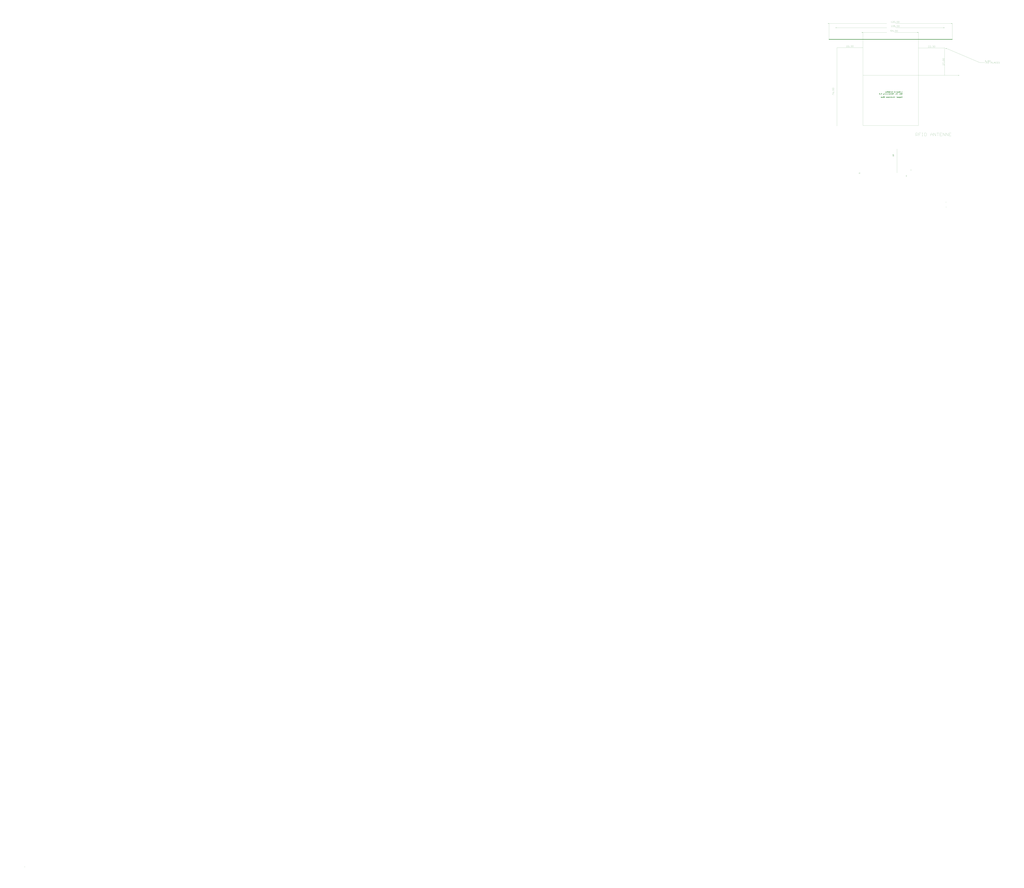
<source format=gm1>
G04 Layer_Color=16711935*
%FSLAX25Y25*%
%MOIN*%
G70*
G01*
G75*
%ADD65C,0.01968*%
%ADD74C,0.01000*%
%ADD90C,0.00050*%
%ADD115C,0.00394*%
%ADD185C,0.00197*%
%ADD186C,0.00315*%
%ADD187C,0.00700*%
D65*
X88980Y1050394D02*
X561420D01*
D74*
X369196Y846654D02*
X367863D01*
X368530D01*
Y850652D01*
X369196Y849986D01*
X365864Y846654D02*
Y847320D01*
X365197D01*
Y846654D01*
X365864D01*
X362532Y849986D02*
X361865Y850652D01*
X360532D01*
X359866Y849986D01*
Y847320D01*
X360532Y846654D01*
X361865D01*
X362532Y847320D01*
Y849986D01*
X355867Y846654D02*
X358533D01*
X355867Y849319D01*
Y849986D01*
X356534Y850652D01*
X357866D01*
X358533Y849986D01*
X354534Y849319D02*
Y847320D01*
X353868Y846654D01*
X351868D01*
Y849319D01*
X350535Y850652D02*
Y846654D01*
Y848653D01*
X347870D01*
Y850652D01*
Y846654D01*
X340539Y847987D02*
Y848653D01*
X341205D01*
Y847987D01*
X340539D01*
X339872Y848653D01*
Y849986D01*
X340539Y850652D01*
X341872D01*
X342538Y849986D01*
Y847320D01*
X341872Y846654D01*
X339872D01*
X334541D02*
X333208D01*
X333874D01*
Y850652D01*
X334541Y849986D01*
X331208D02*
X330542Y850652D01*
X329209D01*
X328542Y849986D01*
Y849319D01*
X329209Y848653D01*
X329875D01*
X329209D01*
X328542Y847987D01*
Y847320D01*
X329209Y846654D01*
X330542D01*
X331208Y847320D01*
X327210Y846654D02*
Y847320D01*
X326543D01*
Y846654D01*
X327210D01*
X321212Y850652D02*
X323877D01*
Y848653D01*
X322545Y849319D01*
X321878D01*
X321212Y848653D01*
Y847320D01*
X321878Y846654D01*
X323211D01*
X323877Y847320D01*
X317213Y850652D02*
X318546Y849986D01*
X319879Y848653D01*
Y847320D01*
X319212Y846654D01*
X317879D01*
X317213Y847320D01*
Y847987D01*
X317879Y848653D01*
X319879D01*
X315880Y846654D02*
Y850652D01*
X314547Y849319D01*
X313214Y850652D01*
Y846654D01*
X311881Y850652D02*
Y846654D01*
Y848653D01*
X311215Y849319D01*
X309882D01*
X309215Y848653D01*
Y846654D01*
X307882Y849319D02*
X305217D01*
X307882Y846654D01*
X305217D01*
X369590Y839764D02*
Y843762D01*
X367590D01*
X366924Y843096D01*
Y841763D01*
X367590Y841097D01*
X369590D01*
X368257D02*
X366924Y839764D01*
X363592D02*
X364925D01*
X365591Y840430D01*
Y841763D01*
X364925Y842430D01*
X363592D01*
X362925Y841763D01*
Y841097D01*
X365591D01*
X361592Y839764D02*
X360260D01*
X360926D01*
Y843762D01*
X361592D01*
X358260Y839764D02*
Y840430D01*
X357594D01*
Y839764D01*
X358260D01*
X348263Y843762D02*
X350929D01*
Y839764D01*
X348263D01*
X350929Y841763D02*
X349596D01*
X346930Y839764D02*
X345598D01*
X346264D01*
Y843762D01*
X346930D01*
X343598Y839764D02*
Y840430D01*
X342932D01*
Y839764D01*
X343598D01*
X336267D02*
Y843762D01*
X334268D01*
X333601Y843096D01*
Y841763D01*
X334268Y841097D01*
X336267D01*
X330269Y839764D02*
X331602D01*
X332269Y840430D01*
Y841763D01*
X331602Y842430D01*
X330269D01*
X329603Y841763D01*
Y841097D01*
X332269D01*
X328270Y842430D02*
Y839764D01*
Y841097D01*
X327603Y841763D01*
X326937Y842430D01*
X326270D01*
X324271Y839764D02*
Y842430D01*
X323605D01*
X322938Y841763D01*
Y839764D01*
Y841763D01*
X322272Y842430D01*
X321605Y841763D01*
Y839764D01*
X320272D02*
X318939D01*
X319606D01*
Y842430D01*
X320272D01*
X316274Y843096D02*
Y842430D01*
X316940D01*
X315607D01*
X316274D01*
Y840430D01*
X315607Y839764D01*
X313608D02*
X312275D01*
X312941D01*
Y842430D01*
X313608D01*
X310276D02*
X308943Y839764D01*
X307610Y842430D01*
X306277Y839764D02*
X304944D01*
X305610D01*
Y842430D01*
X306277D01*
X302278Y843096D02*
Y842430D01*
X302945D01*
X301612D01*
X302278D01*
Y840430D01*
X301612Y839764D01*
X299612Y842430D02*
Y840430D01*
X298946Y839764D01*
X296947D01*
Y839097D01*
X297613Y838431D01*
X298279D01*
X296947Y839764D02*
Y842430D01*
X289616Y839764D02*
Y843762D01*
X291615Y841763D01*
X288949D01*
X287616Y839764D02*
Y840430D01*
X286950D01*
Y839764D01*
X287616D01*
X281618Y843762D02*
X282951Y843096D01*
X284284Y841763D01*
Y840430D01*
X283617Y839764D01*
X282285D01*
X281618Y840430D01*
Y841097D01*
X282285Y841763D01*
X284284D01*
X366826Y830498D02*
X367492Y831164D01*
X368825D01*
X369491Y830498D01*
Y827832D01*
X368825Y827165D01*
X367492D01*
X366826Y827832D01*
X364826Y827165D02*
X363493D01*
X362827Y827832D01*
Y829165D01*
X363493Y829831D01*
X364826D01*
X365493Y829165D01*
Y827832D01*
X364826Y827165D01*
X361494Y825832D02*
Y829831D01*
X359495D01*
X358828Y829165D01*
Y827832D01*
X359495Y827165D01*
X361494D01*
X357495Y825832D02*
Y829831D01*
X355496D01*
X354829Y829165D01*
Y827832D01*
X355496Y827165D01*
X357495D01*
X351497D02*
X352830D01*
X353497Y827832D01*
Y829165D01*
X352830Y829831D01*
X351497D01*
X350831Y829165D01*
Y828498D01*
X353497D01*
X349498Y829831D02*
Y827165D01*
Y828498D01*
X348831Y829165D01*
X348165Y829831D01*
X347498D01*
X340834Y830498D02*
Y829831D01*
X341500D01*
X340167D01*
X340834D01*
Y827832D01*
X340167Y827165D01*
X338168Y831164D02*
Y827165D01*
Y829165D01*
X337502Y829831D01*
X336169D01*
X335502Y829165D01*
Y827165D01*
X334169D02*
X332837D01*
X333503D01*
Y829831D01*
X334169D01*
X328171D02*
X330171D01*
X330837Y829165D01*
Y827832D01*
X330171Y827165D01*
X328171D01*
X326838D02*
Y831164D01*
Y828498D02*
X324839Y829831D01*
X326838Y828498D02*
X324839Y827165D01*
X322840D02*
Y829831D01*
X320840D01*
X320174Y829165D01*
Y827165D01*
X316842D02*
X318175D01*
X318841Y827832D01*
Y829165D01*
X318175Y829831D01*
X316842D01*
X316175Y829165D01*
Y828498D01*
X318841D01*
X314842Y827165D02*
X312843D01*
X312176Y827832D01*
X312843Y828498D01*
X314176D01*
X314842Y829165D01*
X314176Y829831D01*
X312176D01*
X310844Y827165D02*
X308844D01*
X308178Y827832D01*
X308844Y828498D01*
X310177D01*
X310844Y829165D01*
X310177Y829831D01*
X308178D01*
X302846Y830498D02*
X302180Y831164D01*
X300847D01*
X300180Y830498D01*
Y829831D01*
X300847Y829165D01*
X301513D01*
X300847D01*
X300180Y828498D01*
Y827832D01*
X300847Y827165D01*
X302180D01*
X302846Y827832D01*
X296182Y831164D02*
X298848D01*
Y829165D01*
X297515Y829831D01*
X296848D01*
X296182Y829165D01*
Y827832D01*
X296848Y827165D01*
X298181D01*
X298848Y827832D01*
X294849Y829831D02*
Y827832D01*
X294182Y827165D01*
X292183D01*
Y829831D01*
X290850Y827165D02*
Y829831D01*
X290184D01*
X289517Y829165D01*
Y827165D01*
Y829165D01*
X288851Y829831D01*
X288184Y829165D01*
Y827165D01*
D90*
X218901Y912598D02*
X431499D01*
Y719980D02*
Y912598D01*
X218901Y719980D02*
X431499D01*
X218901D02*
Y912598D01*
X584099D02*
X588036D01*
X584099Y912036D02*
X588036Y912598D01*
X584099Y912036D02*
Y913161D01*
X588036Y912598D01*
X431745D02*
X588528D01*
X527956Y1095189D02*
X531893D01*
X527956Y1094627D02*
X531893Y1095189D01*
X527956Y1094627D02*
Y1095752D01*
X531893Y1095189D01*
X114570D02*
X118507D01*
X114570Y1094627D02*
X118507Y1095189D01*
X114570Y1094627D02*
Y1095752D01*
X118507Y1095189D01*
X344400D02*
X531893D01*
X118507D02*
X310148D01*
X536106Y1015428D02*
X540044D01*
X536106Y1014866D02*
X540044Y1015428D01*
X536106Y1014866D02*
Y1015991D01*
X540044Y1015428D01*
X667197Y961305D02*
X683930D01*
X540044Y1015428D02*
X667197Y961305D01*
X427562Y1077104D02*
X431499D01*
X427562Y1076542D02*
X431499Y1077104D01*
X427562Y1076542D02*
Y1077666D01*
X431499Y1077104D01*
X214964D02*
X218901D01*
X214964Y1076542D02*
X218901Y1077104D01*
X214964Y1076542D02*
Y1077666D01*
X218901Y1077104D01*
X339964D02*
X431499D01*
X218901D02*
X310436D01*
X431499Y912844D02*
Y1077596D01*
X218901Y912844D02*
Y1077596D01*
X85043Y1111512D02*
X88980D01*
X85043Y1110950D02*
X88980Y1111512D01*
X85043Y1110950D02*
Y1112075D01*
X88980Y1111512D01*
X557483D02*
X561420D01*
X557483Y1110950D02*
X561420Y1111512D01*
X557483Y1110950D02*
Y1112075D01*
X561420Y1111512D01*
X88980D02*
X309708D01*
X343960D02*
X561420D01*
X88980Y1050640D02*
Y1112005D01*
X561420Y1050640D02*
Y1112005D01*
X349671Y538681D02*
Y630217D01*
X531795Y912697D02*
X531893Y1018898D01*
X119098Y1018799D02*
X218605D01*
X431499Y1017520D02*
X531893D01*
X119098Y718405D02*
Y1018799D01*
X421460Y679921D02*
Y691728D01*
X427363D01*
X429331Y689761D01*
Y685825D01*
X427363Y683857D01*
X421460D01*
X425396D02*
X429331Y679921D01*
X441139Y691728D02*
X433267D01*
Y685825D01*
X437203D01*
X433267D01*
Y679921D01*
X445074Y691728D02*
X449010D01*
X447042D01*
Y679921D01*
X445074D01*
X449010D01*
X454914Y691728D02*
Y679921D01*
X460817D01*
X462785Y681889D01*
Y689761D01*
X460817Y691728D01*
X454914D01*
X478528Y679921D02*
Y687793D01*
X482464Y691728D01*
X486400Y687793D01*
Y679921D01*
Y685825D01*
X478528D01*
X490335Y679921D02*
Y691728D01*
X498207Y679921D01*
Y691728D01*
X502142D02*
X510014D01*
X506078D01*
Y679921D01*
X521821Y691728D02*
X513950D01*
Y679921D01*
X521821D01*
X513950Y685825D02*
X517885D01*
X525757Y679921D02*
Y691728D01*
X533628Y679921D01*
Y691728D01*
X537564Y679921D02*
Y691728D01*
X545435Y679921D01*
Y691728D01*
X557243D02*
X549371D01*
Y679921D01*
X557243D01*
X549371Y685825D02*
X553307D01*
X327274Y1098142D02*
X329242D01*
X328258D01*
Y1104046D01*
X327274Y1103062D01*
X332193D02*
X333177Y1104046D01*
X335145D01*
X336129Y1103062D01*
Y1099126D01*
X335145Y1098142D01*
X333177D01*
X332193Y1099126D01*
Y1103062D01*
X342033Y1104046D02*
X338097D01*
Y1101094D01*
X340065Y1102078D01*
X341049D01*
X342033Y1101094D01*
Y1099126D01*
X341049Y1098142D01*
X339081D01*
X338097Y1099126D01*
X344001Y1098142D02*
Y1099126D01*
X344985D01*
Y1098142D01*
X344001D01*
X348920Y1103062D02*
X349904Y1104046D01*
X351872D01*
X352856Y1103062D01*
Y1099126D01*
X351872Y1098142D01*
X349904D01*
X348920Y1099126D01*
Y1103062D01*
X354824D02*
X355808Y1104046D01*
X357776D01*
X358760Y1103062D01*
Y1099126D01*
X357776Y1098142D01*
X355808D01*
X354824Y1099126D01*
Y1103062D01*
X688850Y958293D02*
X686882Y960261D01*
Y962228D01*
X688850Y964196D01*
X691802D02*
X695738Y958293D01*
Y964196D02*
X691802Y958293D01*
X697706Y963212D02*
X698690Y964196D01*
X700658D01*
X701642Y963212D01*
Y962228D01*
X700658Y961245D01*
X699674D01*
X700658D01*
X701642Y960261D01*
Y959277D01*
X700658Y958293D01*
X698690D01*
X697706Y959277D01*
X709513Y958293D02*
Y964196D01*
X712465D01*
X713449Y963212D01*
Y961245D01*
X712465Y960261D01*
X709513D01*
X715416Y964196D02*
Y958293D01*
X719352D01*
X721320D02*
Y962228D01*
X723288Y964196D01*
X725256Y962228D01*
Y958293D01*
Y961245D01*
X721320D01*
X731159Y963212D02*
X730175Y964196D01*
X728208D01*
X727224Y963212D01*
Y959277D01*
X728208Y958293D01*
X730175D01*
X731159Y959277D01*
X737063Y964196D02*
X733127D01*
Y958293D01*
X737063D01*
X733127Y961245D02*
X735095D01*
X742967Y963212D02*
X741983Y964196D01*
X740015D01*
X739031Y963212D01*
Y962228D01*
X740015Y961245D01*
X741983D01*
X742967Y960261D01*
Y959277D01*
X741983Y958293D01*
X740015D01*
X739031Y959277D01*
X689834Y964257D02*
Y970161D01*
X686882Y967209D01*
X690818D01*
X692786Y964257D02*
Y965241D01*
X693770D01*
Y964257D01*
X692786D01*
X701642Y970161D02*
X697706D01*
Y967209D01*
X699674Y968193D01*
X700658D01*
X701642Y967209D01*
Y965241D01*
X700658Y964257D01*
X698690D01*
X697706Y965241D01*
X703609Y969177D02*
X704593Y970161D01*
X706561D01*
X707545Y969177D01*
Y965241D01*
X706561Y964257D01*
X704593D01*
X703609Y965241D01*
Y969177D01*
X329136Y1085960D02*
X325200D01*
Y1083008D01*
X327168Y1083992D01*
X328152D01*
X329136Y1083008D01*
Y1081041D01*
X328152Y1080057D01*
X326184D01*
X325200Y1081041D01*
X334055Y1080057D02*
Y1085960D01*
X331104Y1083008D01*
X335039D01*
X337007Y1080057D02*
Y1081041D01*
X337991D01*
Y1080057D01*
X337007D01*
X341927Y1084976D02*
X342911Y1085960D01*
X344879D01*
X345863Y1084976D01*
Y1081041D01*
X344879Y1080057D01*
X342911D01*
X341927Y1081041D01*
Y1084976D01*
X347831D02*
X348814Y1085960D01*
X350782D01*
X351766Y1084976D01*
Y1081041D01*
X350782Y1080057D01*
X348814D01*
X347831Y1081041D01*
Y1084976D01*
X326834Y1114465D02*
X328802D01*
X327818D01*
Y1120369D01*
X326834Y1119385D01*
X335689Y1114465D02*
X331754D01*
X335689Y1118401D01*
Y1119385D01*
X334705Y1120369D01*
X332738D01*
X331754Y1119385D01*
X337657D02*
X338641Y1120369D01*
X340609D01*
X341593Y1119385D01*
Y1115449D01*
X340609Y1114465D01*
X338641D01*
X337657Y1115449D01*
Y1119385D01*
X343561Y1114465D02*
Y1115449D01*
X344545D01*
Y1114465D01*
X343561D01*
X348481Y1119385D02*
X349464Y1120369D01*
X351432D01*
X352416Y1119385D01*
Y1115449D01*
X351432Y1114465D01*
X349464D01*
X348481Y1115449D01*
Y1119385D01*
X354384D02*
X355368Y1120369D01*
X357336D01*
X358320Y1119385D01*
Y1115449D01*
X357336Y1114465D01*
X355368D01*
X354384Y1115449D01*
Y1119385D01*
X-2996186Y-2122719D02*
X-2996211Y-2122694D01*
X-2996261D01*
X-2996286Y-2122719D01*
Y-2122744D01*
X-2996261Y-2122769D01*
X-2996211D01*
X-2996186Y-2122794D01*
Y-2122819D01*
X-2996211Y-2122844D01*
X-2996261D01*
X-2996286Y-2122819D01*
X-2996036Y-2122719D02*
X-2996061Y-2122694D01*
X-2996111D01*
X-2996136Y-2122719D01*
Y-2122819D01*
X-2996111Y-2122844D01*
X-2996061D01*
X-2996036Y-2122819D01*
X-2995986Y-2122844D02*
Y-2122744D01*
X-2995936Y-2122694D01*
X-2995886Y-2122744D01*
Y-2122844D01*
Y-2122769D01*
X-2995986D01*
X-2995836Y-2122694D02*
Y-2122844D01*
X-2995736D01*
X-2995586Y-2122694D02*
X-2995686D01*
Y-2122844D01*
X-2995586D01*
X-2995686Y-2122769D02*
X-2995636D01*
X-2995236Y-2122844D02*
X-2995186D01*
X-2995211D01*
Y-2122694D01*
X-2995236Y-2122719D01*
X-2995111Y-2122844D02*
Y-2122819D01*
X-2995086D01*
Y-2122844D01*
X-2995111D01*
X-2994986Y-2122719D02*
X-2994961Y-2122694D01*
X-2994911D01*
X-2994886Y-2122719D01*
Y-2122819D01*
X-2994911Y-2122844D01*
X-2994961D01*
X-2994986Y-2122819D01*
Y-2122719D01*
X-2994836D02*
X-2994811Y-2122694D01*
X-2994761D01*
X-2994736Y-2122719D01*
Y-2122819D01*
X-2994761Y-2122844D01*
X-2994811D01*
X-2994836Y-2122819D01*
Y-2122719D01*
X-2994686D02*
X-2994661Y-2122694D01*
X-2994611D01*
X-2994586Y-2122719D01*
Y-2122819D01*
X-2994611Y-2122844D01*
X-2994661D01*
X-2994686Y-2122819D01*
Y-2122719D01*
X530613Y955018D02*
Y951083D01*
X526678Y955018D01*
X525694D01*
X524710Y954035D01*
Y952067D01*
X525694Y951083D01*
X524710Y956986D02*
Y960922D01*
X525694D01*
X529630Y956986D01*
X530613D01*
Y962890D02*
X529630D01*
Y963874D01*
X530613D01*
Y962890D01*
X525694Y967809D02*
X524710Y968793D01*
Y970761D01*
X525694Y971745D01*
X529630D01*
X530613Y970761D01*
Y968793D01*
X529630Y967809D01*
X525694D01*
Y973713D02*
X524710Y974697D01*
Y976665D01*
X525694Y977649D01*
X529630D01*
X530613Y976665D01*
Y974697D01*
X529630Y973713D01*
X525694D01*
X159549Y1021260D02*
X155613D01*
X159549Y1025196D01*
Y1026180D01*
X158565Y1027164D01*
X156597D01*
X155613Y1026180D01*
X165453Y1021260D02*
X161517D01*
X165453Y1025196D01*
Y1026180D01*
X164469Y1027164D01*
X162501D01*
X161517Y1026180D01*
X167421Y1021260D02*
Y1022244D01*
X168404D01*
Y1021260D01*
X167421D01*
X172340Y1026180D02*
X173324Y1027164D01*
X175292D01*
X176276Y1026180D01*
Y1025196D01*
X175292Y1024212D01*
X174308D01*
X175292D01*
X176276Y1023228D01*
Y1022244D01*
X175292Y1021260D01*
X173324D01*
X172340Y1022244D01*
X178244Y1026180D02*
X179228Y1027164D01*
X181196D01*
X182180Y1026180D01*
Y1022244D01*
X181196Y1021260D01*
X179228D01*
X178244Y1022244D01*
Y1026180D01*
X472836Y1019980D02*
X468901D01*
X472836Y1023916D01*
Y1024900D01*
X471853Y1025884D01*
X469885D01*
X468901Y1024900D01*
X478740Y1019980D02*
X474804D01*
X478740Y1023916D01*
Y1024900D01*
X477756Y1025884D01*
X475788D01*
X474804Y1024900D01*
X480708Y1019980D02*
Y1020964D01*
X481692D01*
Y1019980D01*
X480708D01*
X485628Y1024900D02*
X486612Y1025884D01*
X488580D01*
X489563Y1024900D01*
Y1023916D01*
X488580Y1022932D01*
X487596D01*
X488580D01*
X489563Y1021948D01*
Y1020964D01*
X488580Y1019980D01*
X486612D01*
X485628Y1020964D01*
X491531Y1024900D02*
X492515Y1025884D01*
X494483D01*
X495467Y1024900D01*
Y1020964D01*
X494483Y1019980D01*
X492515D01*
X491531Y1020964D01*
Y1024900D01*
X101974Y837697D02*
Y841633D01*
X102957D01*
X106893Y837697D01*
X107877D01*
X101974Y847536D02*
X102957Y845568D01*
X104925Y843600D01*
X106893D01*
X107877Y844584D01*
Y846552D01*
X106893Y847536D01*
X105909D01*
X104925Y846552D01*
Y843600D01*
X107877Y849504D02*
X106893D01*
Y850488D01*
X107877D01*
Y849504D01*
X102957Y854424D02*
X101974Y855408D01*
Y857376D01*
X102957Y858360D01*
X106893D01*
X107877Y857376D01*
Y855408D01*
X106893Y854424D01*
X102957D01*
Y860327D02*
X101974Y861311D01*
Y863279D01*
X102957Y864263D01*
X106893D01*
X107877Y863279D01*
Y861311D01*
X106893Y860327D01*
X102957D01*
D115*
X536420Y426279D02*
X537995D01*
X537208Y425492D02*
Y427067D01*
X537110Y407480D02*
X538684D01*
X537897Y406693D02*
Y408268D01*
X203249Y539008D02*
Y536712D01*
X203708Y536253D01*
X204627D01*
X205086Y536712D01*
Y539008D01*
X206004Y538549D02*
X206463Y539008D01*
X207382D01*
X207841Y538549D01*
Y538090D01*
X207382Y537630D01*
X206923D01*
X207382D01*
X207841Y537171D01*
Y536712D01*
X207382Y536253D01*
X206463D01*
X206004Y536712D01*
D185*
X401972Y550197D02*
Y549213D01*
X402169Y549016D01*
X402562D01*
X402759Y549213D01*
Y550197D01*
X403152Y549016D02*
X403546D01*
X403349D01*
Y550197D01*
X403152Y550000D01*
X404136Y549016D02*
X404530D01*
X404333D01*
Y550197D01*
X404136Y550000D01*
D186*
X384264Y524543D02*
X385904D01*
X386231Y524871D01*
Y525527D01*
X385904Y525855D01*
X384264D01*
X386231Y526511D02*
Y527167D01*
Y526839D01*
X384264D01*
X384592Y526511D01*
Y528151D02*
X384264Y528479D01*
Y529135D01*
X384592Y529463D01*
X385904D01*
X386231Y529135D01*
Y528479D01*
X385904Y528151D01*
X384592D01*
D187*
X333129Y602512D02*
X336461D01*
X337127Y603178D01*
Y604511D01*
X336461Y605177D01*
X333129D01*
X337127Y608510D02*
X333129D01*
X335128Y606510D01*
Y609176D01*
M02*

</source>
